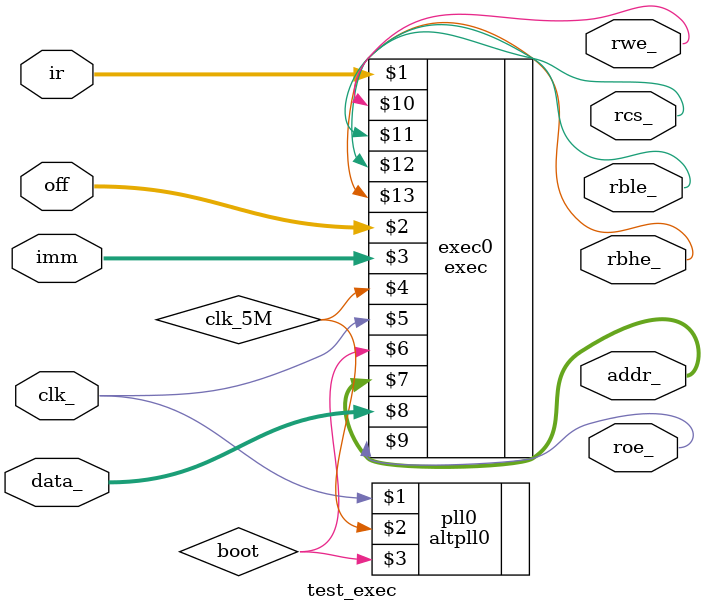
<source format=v>
module test_exec(clk_, ir, off, imm, 
                 addr_, data_, roe_, rwe_, rcs_, rble_, rbhe_);
  // IO Ports
  input  clk_;
  output [17:0] addr_;
  inout  [15:0] data_;
  output roe_, rwe_, rcs_, rble_, rbhe_;

  // Net declarations
  wire clk_5M, boot;
  input [32:0] ir;
  input [15:0] off, imm;

  // Instantiations
  altpll0 pll0(clk_, clk_5M, boot);
  exec exec0(ir, off, imm, clk_5M, clk_, boot, 
             addr_, data_, roe_, rwe_, rcs_, rble_, rbhe_);
endmodule
</source>
